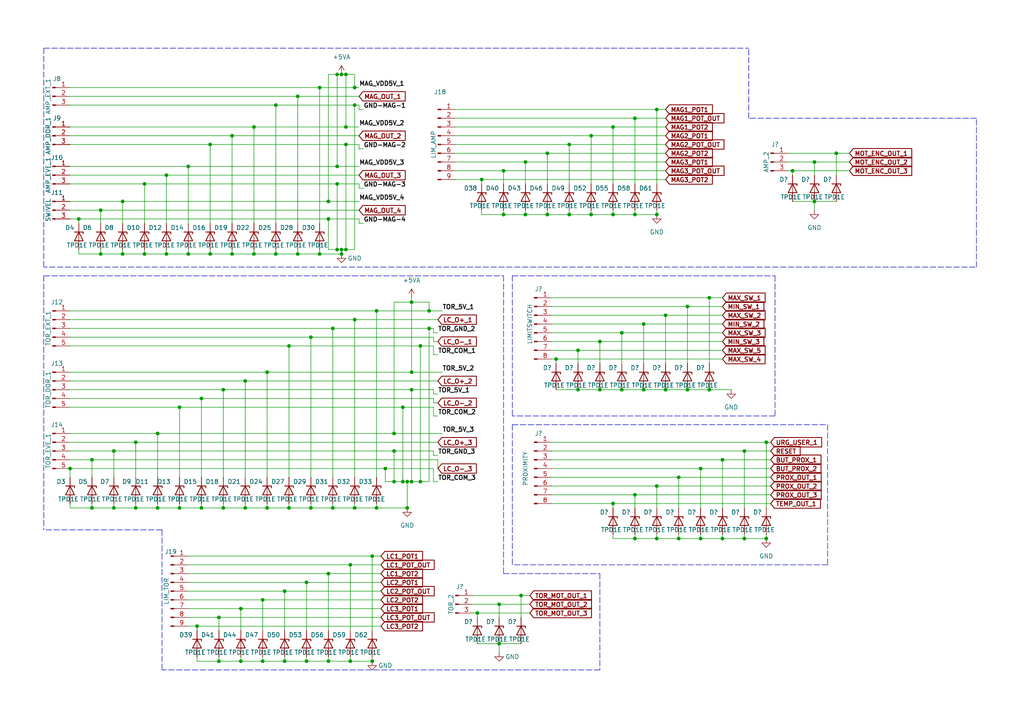
<source format=kicad_sch>
(kicad_sch (version 20211123) (generator eeschema)
  (paper "A4")
  (junction (at 236.22 46.99))
  (junction (at 119.38 107.95))
  (junction (at 158.75 62.23))
  (junction (at 190.5 140.97))
  (junction (at 39.37 128.27))
  (junction (at 97.79 21.59))
  (junction (at 73.66 73.66))
  (junction (at 100.33 21.59))
  (junction (at 52.07 118.11))
  (junction (at 215.9 130.81))
  (junction (at 99.06 72.39))
  (junction (at 92.71 73.66))
  (junction (at 54.61 73.66))
  (junction (at 80.01 73.66))
  (junction (at 107.95 191.77))
  (junction (at 109.22 147.32))
  (junction (at 33.02 130.81))
  (junction (at 80.01 30.48))
  (junction (at 71.12 110.49))
  (junction (at 67.31 39.37))
  (junction (at 45.72 147.32))
  (junction (at 58.42 147.32))
  (junction (at 58.42 115.57))
  (junction (at 190.5 62.23))
  (junction (at 118.11 147.32))
  (junction (at 167.64 101.6))
  (junction (at 20.32 135.89))
  (junction (at 96.52 95.25))
  (junction (at 97.79 53.34))
  (junction (at 146.05 62.23))
  (junction (at 73.66 36.83))
  (junction (at 139.7 52.07))
  (junction (at 114.3 130.81))
  (junction (at 124.46 90.17))
  (junction (at 173.99 99.06))
  (junction (at 199.39 88.9))
  (junction (at 152.4 46.99))
  (junction (at 124.46 95.25))
  (junction (at 48.26 73.66))
  (junction (at 186.69 113.03))
  (junction (at 146.05 49.53))
  (junction (at 67.31 73.66))
  (junction (at 116.84 139.7))
  (junction (at 54.61 48.26))
  (junction (at 138.43 177.8))
  (junction (at 77.47 147.32))
  (junction (at 152.4 62.23))
  (junction (at 184.15 34.29))
  (junction (at 48.26 50.8))
  (junction (at 119.38 87.63))
  (junction (at 57.15 181.61))
  (junction (at 69.85 176.53))
  (junction (at 190.5 31.75))
  (junction (at 177.8 36.83))
  (junction (at 69.85 191.77))
  (junction (at 199.39 113.03))
  (junction (at 63.5 191.77))
  (junction (at 165.1 62.23))
  (junction (at 203.2 135.89))
  (junction (at 82.55 191.77))
  (junction (at 119.38 113.03))
  (junction (at 33.02 147.32))
  (junction (at 229.87 49.53))
  (junction (at 76.2 191.77))
  (junction (at 107.95 161.29))
  (junction (at 167.64 113.03))
  (junction (at 39.37 147.32))
  (junction (at 144.78 186.69))
  (junction (at 109.22 90.17))
  (junction (at 205.74 86.36))
  (junction (at 173.99 113.03))
  (junction (at 158.75 44.45))
  (junction (at 86.36 27.94))
  (junction (at 63.5 179.07))
  (junction (at 119.38 139.7))
  (junction (at 35.56 73.66))
  (junction (at 184.15 62.23))
  (junction (at 186.69 93.98))
  (junction (at 222.25 128.27))
  (junction (at 118.11 139.7))
  (junction (at 102.87 147.32))
  (junction (at 205.74 113.03))
  (junction (at 193.04 113.03))
  (junction (at 171.45 39.37))
  (junction (at 193.04 91.44))
  (junction (at 88.9 168.91))
  (junction (at 102.87 92.71))
  (junction (at 196.85 138.43))
  (junction (at 52.07 147.32))
  (junction (at 82.55 171.45))
  (junction (at 177.8 62.23))
  (junction (at 190.5 156.21))
  (junction (at 35.56 58.42))
  (junction (at 209.55 133.35))
  (junction (at 26.67 133.35))
  (junction (at 86.36 73.66))
  (junction (at 171.45 62.23))
  (junction (at 101.6 191.77))
  (junction (at 99.06 73.66))
  (junction (at 222.25 156.21))
  (junction (at 180.34 113.03))
  (junction (at 121.92 139.7))
  (junction (at 26.67 147.32))
  (junction (at 64.77 113.03))
  (junction (at 41.91 73.66))
  (junction (at 95.25 166.37))
  (junction (at 184.15 156.21))
  (junction (at 71.12 147.32))
  (junction (at 116.84 118.11))
  (junction (at 215.9 156.21))
  (junction (at 29.21 60.96))
  (junction (at 83.82 100.33))
  (junction (at 111.76 135.89))
  (junction (at 76.2 173.99))
  (junction (at 161.29 104.14))
  (junction (at 96.52 147.32))
  (junction (at 64.77 147.32))
  (junction (at 165.1 41.91))
  (junction (at 102.87 30.48))
  (junction (at 100.33 72.39))
  (junction (at 177.8 146.05))
  (junction (at 95.25 63.5))
  (junction (at 45.72 125.73))
  (junction (at 209.55 156.21))
  (junction (at 100.33 41.91))
  (junction (at 60.96 73.66))
  (junction (at 60.96 41.91))
  (junction (at 83.82 147.32))
  (junction (at 90.17 147.32))
  (junction (at 196.85 156.21))
  (junction (at 97.79 48.26))
  (junction (at 95.25 58.42))
  (junction (at 236.22 58.42))
  (junction (at 77.47 107.95))
  (junction (at 101.6 163.83))
  (junction (at 114.3 125.73))
  (junction (at 102.87 25.4))
  (junction (at 97.79 72.39))
  (junction (at 100.33 36.83))
  (junction (at 41.91 53.34))
  (junction (at 92.71 25.4))
  (junction (at 95.25 191.77))
  (junction (at 180.34 96.52))
  (junction (at 184.15 143.51))
  (junction (at 144.78 175.26))
  (junction (at 114.3 139.7))
  (junction (at 242.57 44.45))
  (junction (at 121.92 100.33))
  (junction (at 22.86 63.5))
  (junction (at 99.06 21.59))
  (junction (at 88.9 191.77))
  (junction (at 90.17 97.79))
  (junction (at 151.13 172.72))
  (junction (at 203.2 156.21))
  (junction (at 29.21 73.66))
  (wire (pts (xy 64.77 113.03) (xy 64.77 138.43)))
  (polyline (pts (xy 12.7 13.97) (xy 217.17 13.97)))
  (wire (pts (xy 104.14 41.91) (xy 104.14 43.18)))
  (wire (pts (xy 95.25 72.39) (xy 97.79 72.39)))
  (wire (pts (xy 76.2 173.99) (xy 76.2 182.88)))
  (wire (pts (xy 121.92 139.7) (xy 124.46 139.7)))
  (wire (pts (xy 124.46 95.25) (xy 125.73 95.25)))
  (wire (pts (xy 114.3 139.7) (xy 114.3 130.81)))
  (wire (pts (xy 104.14 50.8) (xy 48.26 50.8)))
  (wire (pts (xy 86.36 27.94) (xy 86.36 64.77)))
  (wire (pts (xy 48.26 50.8) (xy 48.26 64.77)))
  (wire (pts (xy 80.01 30.48) (xy 102.87 30.48)))
  (wire (pts (xy 29.21 72.39) (xy 29.21 73.66)))
  (wire (pts (xy 100.33 21.59) (xy 102.87 21.59)))
  (wire (pts (xy 118.11 139.7) (xy 116.84 139.7)))
  (wire (pts (xy 116.84 139.7) (xy 116.84 118.11)))
  (wire (pts (xy 193.04 36.83) (xy 177.8 36.83)))
  (wire (pts (xy 20.32 100.33) (xy 83.82 100.33)))
  (wire (pts (xy 77.47 107.95) (xy 77.47 138.43)))
  (wire (pts (xy 45.72 125.73) (xy 114.3 125.73)))
  (wire (pts (xy 39.37 147.32) (xy 45.72 147.32)))
  (wire (pts (xy 60.96 72.39) (xy 60.96 73.66)))
  (wire (pts (xy 116.84 118.11) (xy 125.73 118.11)))
  (wire (pts (xy 229.87 49.53) (xy 246.38 49.53)))
  (wire (pts (xy 222.25 128.27) (xy 160.02 128.27)))
  (wire (pts (xy 177.8 36.83) (xy 132.08 36.83)))
  (wire (pts (xy 33.02 130.81) (xy 114.3 130.81)))
  (wire (pts (xy 48.26 73.66) (xy 54.61 73.66)))
  (wire (pts (xy 137.16 177.8) (xy 138.43 177.8)))
  (wire (pts (xy 171.45 62.23) (xy 177.8 62.23)))
  (wire (pts (xy 22.86 63.5) (xy 22.86 64.77)))
  (wire (pts (xy 223.52 143.51) (xy 184.15 143.51)))
  (wire (pts (xy 97.79 48.26) (xy 54.61 48.26)))
  (polyline (pts (xy 46.99 153.67) (xy 12.7 153.67)))
  (polyline (pts (xy 224.79 120.65) (xy 148.59 120.65)))
  (wire (pts (xy 22.86 72.39) (xy 22.86 73.66)))
  (wire (pts (xy 26.67 146.05) (xy 26.67 147.32)))
  (wire (pts (xy 90.17 97.79) (xy 125.73 97.79)))
  (wire (pts (xy 119.38 87.63) (xy 124.46 87.63)))
  (wire (pts (xy 97.79 53.34) (xy 104.14 53.34)))
  (wire (pts (xy 71.12 147.32) (xy 77.47 147.32)))
  (wire (pts (xy 45.72 146.05) (xy 45.72 147.32)))
  (wire (pts (xy 73.66 36.83) (xy 20.32 36.83)))
  (polyline (pts (xy 224.79 80.01) (xy 224.79 120.65)))
  (wire (pts (xy 80.01 30.48) (xy 80.01 64.77)))
  (wire (pts (xy 125.73 116.84) (xy 127 116.84)))
  (wire (pts (xy 90.17 147.32) (xy 96.52 147.32)))
  (wire (pts (xy 223.52 130.81) (xy 215.9 130.81)))
  (wire (pts (xy 125.73 135.89) (xy 125.73 139.7)))
  (wire (pts (xy 20.32 133.35) (xy 26.67 133.35)))
  (wire (pts (xy 165.1 60.96) (xy 165.1 62.23)))
  (wire (pts (xy 20.32 113.03) (xy 64.77 113.03)))
  (wire (pts (xy 96.52 147.32) (xy 102.87 147.32)))
  (wire (pts (xy 104.14 48.26) (xy 97.79 48.26)))
  (wire (pts (xy 102.87 146.05) (xy 102.87 147.32)))
  (wire (pts (xy 229.87 49.53) (xy 229.87 50.8)))
  (wire (pts (xy 29.21 60.96) (xy 20.32 60.96)))
  (wire (pts (xy 20.32 25.4) (xy 92.71 25.4)))
  (wire (pts (xy 29.21 73.66) (xy 35.56 73.66)))
  (wire (pts (xy 125.73 130.81) (xy 125.73 132.08)))
  (wire (pts (xy 102.87 147.32) (xy 109.22 147.32)))
  (wire (pts (xy 196.85 138.43) (xy 160.02 138.43)))
  (wire (pts (xy 222.25 154.94) (xy 222.25 156.21)))
  (wire (pts (xy 104.14 30.48) (xy 104.14 31.75)))
  (wire (pts (xy 95.25 190.5) (xy 95.25 191.77)))
  (wire (pts (xy 196.85 154.94) (xy 196.85 156.21)))
  (wire (pts (xy 125.73 100.33) (xy 125.73 102.87)))
  (wire (pts (xy 125.73 120.65) (xy 127 120.65)))
  (wire (pts (xy 184.15 156.21) (xy 190.5 156.21)))
  (wire (pts (xy 125.73 102.87) (xy 127 102.87)))
  (wire (pts (xy 184.15 62.23) (xy 190.5 62.23)))
  (wire (pts (xy 57.15 191.77) (xy 63.5 191.77)))
  (wire (pts (xy 193.04 91.44) (xy 209.55 91.44)))
  (wire (pts (xy 127 92.71) (xy 102.87 92.71)))
  (wire (pts (xy 125.73 115.57) (xy 125.73 116.84)))
  (wire (pts (xy 158.75 60.96) (xy 158.75 62.23)))
  (wire (pts (xy 121.92 139.7) (xy 119.38 139.7)))
  (wire (pts (xy 124.46 87.63) (xy 124.46 90.17)))
  (wire (pts (xy 193.04 52.07) (xy 139.7 52.07)))
  (wire (pts (xy 69.85 190.5) (xy 69.85 191.77)))
  (wire (pts (xy 215.9 130.81) (xy 215.9 147.32)))
  (wire (pts (xy 60.96 41.91) (xy 60.96 64.77)))
  (wire (pts (xy 151.13 172.72) (xy 153.67 172.72)))
  (wire (pts (xy 118.11 139.7) (xy 119.38 139.7)))
  (polyline (pts (xy 148.59 123.19) (xy 148.59 163.83)))
  (wire (pts (xy 215.9 154.94) (xy 215.9 156.21)))
  (wire (pts (xy 110.49 168.91) (xy 88.9 168.91)))
  (wire (pts (xy 100.33 41.91) (xy 100.33 72.39)))
  (wire (pts (xy 209.55 156.21) (xy 215.9 156.21)))
  (wire (pts (xy 35.56 72.39) (xy 35.56 73.66)))
  (wire (pts (xy 152.4 62.23) (xy 158.75 62.23)))
  (wire (pts (xy 193.04 41.91) (xy 165.1 41.91)))
  (wire (pts (xy 161.29 113.03) (xy 167.64 113.03)))
  (wire (pts (xy 125.73 95.25) (xy 125.73 96.52)))
  (wire (pts (xy 101.6 191.77) (xy 107.95 191.77)))
  (wire (pts (xy 109.22 90.17) (xy 109.22 138.43)))
  (wire (pts (xy 119.38 107.95) (xy 128.27 107.95)))
  (wire (pts (xy 54.61 48.26) (xy 20.32 48.26)))
  (wire (pts (xy 114.3 130.81) (xy 125.73 130.81)))
  (wire (pts (xy 95.25 191.77) (xy 101.6 191.77)))
  (wire (pts (xy 203.2 154.94) (xy 203.2 156.21)))
  (wire (pts (xy 83.82 147.32) (xy 90.17 147.32)))
  (wire (pts (xy 209.55 133.35) (xy 209.55 147.32)))
  (wire (pts (xy 199.39 88.9) (xy 199.39 105.41)))
  (wire (pts (xy 73.66 73.66) (xy 80.01 73.66)))
  (wire (pts (xy 52.07 147.32) (xy 58.42 147.32)))
  (polyline (pts (xy 217.17 77.47) (xy 12.7 77.47)))
  (wire (pts (xy 236.22 58.42) (xy 236.22 60.96)))
  (wire (pts (xy 110.49 171.45) (xy 82.55 171.45)))
  (wire (pts (xy 109.22 90.17) (xy 124.46 90.17)))
  (wire (pts (xy 20.32 53.34) (xy 41.91 53.34)))
  (wire (pts (xy 177.8 156.21) (xy 184.15 156.21)))
  (wire (pts (xy 160.02 96.52) (xy 180.34 96.52)))
  (wire (pts (xy 193.04 34.29) (xy 184.15 34.29)))
  (wire (pts (xy 86.36 73.66) (xy 92.71 73.66)))
  (wire (pts (xy 29.21 60.96) (xy 29.21 64.77)))
  (wire (pts (xy 125.73 114.3) (xy 127 114.3)))
  (wire (pts (xy 104.14 53.34) (xy 104.14 54.61)))
  (wire (pts (xy 184.15 34.29) (xy 184.15 53.34)))
  (wire (pts (xy 20.32 115.57) (xy 58.42 115.57)))
  (wire (pts (xy 99.06 73.66) (xy 99.06 72.39)))
  (wire (pts (xy 69.85 176.53) (xy 54.61 176.53)))
  (wire (pts (xy 77.47 107.95) (xy 119.38 107.95)))
  (wire (pts (xy 173.99 113.03) (xy 180.34 113.03)))
  (wire (pts (xy 193.04 91.44) (xy 193.04 105.41)))
  (wire (pts (xy 125.73 113.03) (xy 125.73 114.3)))
  (wire (pts (xy 20.32 41.91) (xy 60.96 41.91)))
  (wire (pts (xy 171.45 60.96) (xy 171.45 62.23)))
  (wire (pts (xy 82.55 171.45) (xy 54.61 171.45)))
  (wire (pts (xy 100.33 21.59) (xy 99.06 21.59)))
  (wire (pts (xy 173.99 99.06) (xy 173.99 105.41)))
  (polyline (pts (xy 173.99 166.37) (xy 173.99 194.31)))
  (wire (pts (xy 109.22 146.05) (xy 109.22 147.32)))
  (wire (pts (xy 186.69 113.03) (xy 193.04 113.03)))
  (wire (pts (xy 205.74 86.36) (xy 205.74 105.41)))
  (wire (pts (xy 138.43 186.69) (xy 144.78 186.69)))
  (polyline (pts (xy 12.7 80.01) (xy 95.25 80.01)))
  (wire (pts (xy 167.64 113.03) (xy 173.99 113.03)))
  (wire (pts (xy 125.73 99.06) (xy 127 99.06)))
  (wire (pts (xy 67.31 73.66) (xy 73.66 73.66)))
  (wire (pts (xy 110.49 173.99) (xy 76.2 173.99)))
  (wire (pts (xy 71.12 110.49) (xy 71.12 138.43)))
  (wire (pts (xy 180.34 96.52) (xy 180.34 105.41)))
  (wire (pts (xy 190.5 140.97) (xy 160.02 140.97)))
  (wire (pts (xy 146.05 49.53) (xy 146.05 53.34)))
  (wire (pts (xy 104.14 43.18) (xy 105.41 43.18)))
  (wire (pts (xy 110.49 166.37) (xy 95.25 166.37)))
  (wire (pts (xy 199.39 113.03) (xy 205.74 113.03)))
  (wire (pts (xy 209.55 133.35) (xy 160.02 133.35)))
  (wire (pts (xy 96.52 95.25) (xy 96.52 138.43)))
  (wire (pts (xy 125.73 139.7) (xy 127 139.7)))
  (wire (pts (xy 127 128.27) (xy 39.37 128.27)))
  (wire (pts (xy 242.57 44.45) (xy 246.38 44.45)))
  (wire (pts (xy 100.33 41.91) (xy 104.14 41.91)))
  (wire (pts (xy 119.38 113.03) (xy 125.73 113.03)))
  (wire (pts (xy 58.42 147.32) (xy 64.77 147.32)))
  (wire (pts (xy 161.29 104.14) (xy 161.29 105.41)))
  (wire (pts (xy 71.12 110.49) (xy 20.32 110.49)))
  (wire (pts (xy 20.32 95.25) (xy 96.52 95.25)))
  (wire (pts (xy 83.82 146.05) (xy 83.82 147.32)))
  (wire (pts (xy 139.7 62.23) (xy 146.05 62.23)))
  (wire (pts (xy 95.25 58.42) (xy 35.56 58.42)))
  (wire (pts (xy 223.52 133.35) (xy 209.55 133.35)))
  (wire (pts (xy 116.84 139.7) (xy 114.3 139.7)))
  (wire (pts (xy 54.61 48.26) (xy 54.61 64.77)))
  (wire (pts (xy 215.9 130.81) (xy 160.02 130.81)))
  (wire (pts (xy 203.2 135.89) (xy 160.02 135.89)))
  (wire (pts (xy 215.9 156.21) (xy 222.25 156.21)))
  (wire (pts (xy 95.25 21.59) (xy 95.25 58.42)))
  (wire (pts (xy 119.38 87.63) (xy 119.38 107.95)))
  (wire (pts (xy 203.2 135.89) (xy 203.2 147.32)))
  (wire (pts (xy 121.92 100.33) (xy 125.73 100.33)))
  (wire (pts (xy 64.77 147.32) (xy 71.12 147.32)))
  (wire (pts (xy 92.71 72.39) (xy 92.71 73.66)))
  (wire (pts (xy 41.91 53.34) (xy 41.91 64.77)))
  (wire (pts (xy 63.5 190.5) (xy 63.5 191.77)))
  (wire (pts (xy 102.87 25.4) (xy 104.14 25.4)))
  (wire (pts (xy 41.91 53.34) (xy 97.79 53.34)))
  (wire (pts (xy 151.13 172.72) (xy 151.13 179.07)))
  (wire (pts (xy 20.32 146.05) (xy 20.32 147.32)))
  (wire (pts (xy 20.32 135.89) (xy 20.32 138.43)))
  (wire (pts (xy 67.31 72.39) (xy 67.31 73.66)))
  (polyline (pts (xy 148.59 80.01) (xy 224.79 80.01)))
  (wire (pts (xy 119.38 87.63) (xy 114.3 87.63)))
  (wire (pts (xy 222.25 128.27) (xy 222.25 147.32)))
  (polyline (pts (xy 148.59 80.01) (xy 148.59 120.65)))
  (wire (pts (xy 102.87 30.48) (xy 102.87 72.39)))
  (wire (pts (xy 92.71 25.4) (xy 102.87 25.4)))
  (polyline (pts (xy 12.7 13.97) (xy 12.7 77.47)))
  (wire (pts (xy 104.14 63.5) (xy 104.14 64.77)))
  (polyline (pts (xy 12.7 80.01) (xy 12.7 153.67)))
  (wire (pts (xy 20.32 97.79) (xy 90.17 97.79)))
  (wire (pts (xy 20.32 147.32) (xy 26.67 147.32)))
  (wire (pts (xy 186.69 93.98) (xy 209.55 93.98)))
  (polyline (pts (xy 146.05 166.37) (xy 173.99 166.37)))
  (wire (pts (xy 102.87 92.71) (xy 102.87 138.43)))
  (wire (pts (xy 82.55 171.45) (xy 82.55 182.88)))
  (wire (pts (xy 45.72 147.32) (xy 52.07 147.32)))
  (wire (pts (xy 48.26 50.8) (xy 20.32 50.8)))
  (wire (pts (xy 146.05 49.53) (xy 132.08 49.53)))
  (wire (pts (xy 193.04 31.75) (xy 190.5 31.75)))
  (wire (pts (xy 90.17 146.05) (xy 90.17 147.32)))
  (polyline (pts (xy 148.59 123.19) (xy 240.03 123.19)))
  (wire (pts (xy 35.56 58.42) (xy 20.32 58.42)))
  (wire (pts (xy 58.42 146.05) (xy 58.42 147.32)))
  (wire (pts (xy 125.73 132.08) (xy 127 132.08)))
  (wire (pts (xy 76.2 190.5) (xy 76.2 191.77)))
  (wire (pts (xy 152.4 60.96) (xy 152.4 62.23)))
  (wire (pts (xy 160.02 91.44) (xy 193.04 91.44)))
  (wire (pts (xy 167.64 101.6) (xy 209.55 101.6)))
  (wire (pts (xy 160.02 99.06) (xy 173.99 99.06)))
  (wire (pts (xy 102.87 30.48) (xy 104.14 30.48)))
  (wire (pts (xy 205.74 86.36) (xy 209.55 86.36)))
  (wire (pts (xy 236.22 58.42) (xy 242.57 58.42)))
  (wire (pts (xy 104.14 64.77) (xy 105.41 64.77)))
  (wire (pts (xy 107.95 161.29) (xy 54.61 161.29)))
  (polyline (pts (xy 217.17 77.47) (xy 283.21 77.47)))
  (wire (pts (xy 114.3 87.63) (xy 114.3 125.73)))
  (wire (pts (xy 20.32 118.11) (xy 52.07 118.11)))
  (polyline (pts (xy 95.25 80.01) (xy 146.05 80.01)))
  (wire (pts (xy 26.67 133.35) (xy 26.67 138.43)))
  (wire (pts (xy 177.8 146.05) (xy 177.8 147.32)))
  (wire (pts (xy 76.2 191.77) (xy 82.55 191.77)))
  (wire (pts (xy 177.8 154.94) (xy 177.8 156.21)))
  (wire (pts (xy 54.61 73.66) (xy 60.96 73.66)))
  (wire (pts (xy 97.79 72.39) (xy 99.06 72.39)))
  (wire (pts (xy 97.79 53.34) (xy 97.79 72.39)))
  (wire (pts (xy 193.04 46.99) (xy 152.4 46.99)))
  (wire (pts (xy 177.8 60.96) (xy 177.8 62.23)))
  (wire (pts (xy 119.38 139.7) (xy 119.38 113.03)))
  (wire (pts (xy 57.15 190.5) (xy 57.15 191.77)))
  (polyline (pts (xy 240.03 163.83) (xy 148.59 163.83)))
  (wire (pts (xy 95.25 166.37) (xy 54.61 166.37)))
  (wire (pts (xy 125.73 118.11) (xy 125.73 120.65)))
  (wire (pts (xy 228.6 46.99) (xy 236.22 46.99)))
  (wire (pts (xy 193.04 113.03) (xy 199.39 113.03)))
  (polyline (pts (xy 146.05 80.01) (xy 146.05 166.37)))
  (wire (pts (xy 100.33 72.39) (xy 99.06 72.39)))
  (wire (pts (xy 146.05 62.23) (xy 152.4 62.23)))
  (wire (pts (xy 196.85 138.43) (xy 196.85 147.32)))
  (wire (pts (xy 77.47 147.32) (xy 83.82 147.32)))
  (wire (pts (xy 184.15 154.94) (xy 184.15 156.21)))
  (wire (pts (xy 190.5 154.94) (xy 190.5 156.21)))
  (wire (pts (xy 184.15 143.51) (xy 160.02 143.51)))
  (wire (pts (xy 102.87 92.71) (xy 20.32 92.71)))
  (wire (pts (xy 86.36 27.94) (xy 20.32 27.94)))
  (wire (pts (xy 54.61 72.39) (xy 54.61 73.66)))
  (polyline (pts (xy 217.17 34.29) (xy 217.17 13.97)))
  (wire (pts (xy 167.64 101.6) (xy 167.64 105.41)))
  (wire (pts (xy 139.7 60.96) (xy 139.7 62.23)))
  (wire (pts (xy 144.78 175.26) (xy 144.78 179.07)))
  (wire (pts (xy 236.22 46.99) (xy 236.22 50.8)))
  (wire (pts (xy 100.33 21.59) (xy 100.33 36.83)))
  (wire (pts (xy 152.4 46.99) (xy 132.08 46.99)))
  (wire (pts (xy 124.46 95.25) (xy 124.46 139.7)))
  (wire (pts (xy 95.25 63.5) (xy 95.25 72.39)))
  (wire (pts (xy 100.33 36.83) (xy 73.66 36.83)))
  (wire (pts (xy 20.32 90.17) (xy 109.22 90.17)))
  (wire (pts (xy 160.02 86.36) (xy 205.74 86.36)))
  (wire (pts (xy 20.32 107.95) (xy 77.47 107.95)))
  (wire (pts (xy 69.85 191.77) (xy 76.2 191.77)))
  (wire (pts (xy 73.66 72.39) (xy 73.66 73.66)))
  (wire (pts (xy 228.6 44.45) (xy 242.57 44.45)))
  (wire (pts (xy 127 110.49) (xy 71.12 110.49)))
  (wire (pts (xy 101.6 163.83) (xy 54.61 163.83)))
  (wire (pts (xy 190.5 31.75) (xy 132.08 31.75)))
  (wire (pts (xy 80.01 72.39) (xy 80.01 73.66)))
  (wire (pts (xy 45.72 125.73) (xy 45.72 138.43)))
  (wire (pts (xy 58.42 115.57) (xy 125.73 115.57)))
  (wire (pts (xy 83.82 100.33) (xy 121.92 100.33)))
  (wire (pts (xy 121.92 100.33) (xy 121.92 139.7)))
  (wire (pts (xy 160.02 88.9) (xy 199.39 88.9)))
  (wire (pts (xy 158.75 62.23) (xy 165.1 62.23)))
  (wire (pts (xy 190.5 31.75) (xy 190.5 53.34)))
  (wire (pts (xy 158.75 44.45) (xy 132.08 44.45)))
  (wire (pts (xy 165.1 41.91) (xy 132.08 41.91)))
  (wire (pts (xy 118.11 139.7) (xy 118.11 147.32)))
  (wire (pts (xy 165.1 41.91) (xy 165.1 53.34)))
  (wire (pts (xy 104.14 60.96) (xy 29.21 60.96)))
  (wire (pts (xy 58.42 115.57) (xy 58.42 138.43)))
  (wire (pts (xy 64.77 113.03) (xy 119.38 113.03)))
  (wire (pts (xy 184.15 143.51) (xy 184.15 147.32)))
  (wire (pts (xy 63.5 179.07) (xy 54.61 179.07)))
  (wire (pts (xy 67.31 39.37) (xy 20.32 39.37)))
  (wire (pts (xy 63.5 179.07) (xy 63.5 182.88)))
  (wire (pts (xy 177.8 36.83) (xy 177.8 53.34)))
  (wire (pts (xy 69.85 176.53) (xy 69.85 182.88)))
  (wire (pts (xy 144.78 186.69) (xy 151.13 186.69)))
  (wire (pts (xy 22.86 63.5) (xy 95.25 63.5)))
  (wire (pts (xy 35.56 73.66) (xy 41.91 73.66)))
  (wire (pts (xy 104.14 58.42) (xy 95.25 58.42)))
  (wire (pts (xy 52.07 118.11) (xy 52.07 138.43)))
  (wire (pts (xy 125.73 97.79) (xy 125.73 99.06)))
  (wire (pts (xy 193.04 39.37) (xy 171.45 39.37)))
  (wire (pts (xy 177.8 62.23) (xy 184.15 62.23)))
  (wire (pts (xy 152.4 46.99) (xy 152.4 53.34)))
  (wire (pts (xy 88.9 190.5) (xy 88.9 191.77)))
  (wire (pts (xy 119.38 86.36) (xy 119.38 87.63)))
  (wire (pts (xy 138.43 177.8) (xy 153.67 177.8)))
  (wire (pts (xy 114.3 125.73) (xy 128.27 125.73)))
  (wire (pts (xy 144.78 175.26) (xy 153.67 175.26)))
  (wire (pts (xy 26.67 147.32) (xy 33.02 147.32)))
  (wire (pts (xy 60.96 73.66) (xy 67.31 73.66)))
  (wire (pts (xy 57.15 181.61) (xy 57.15 182.88)))
  (wire (pts (xy 158.75 44.45) (xy 158.75 53.34)))
  (wire (pts (xy 138.43 177.8) (xy 138.43 179.07)))
  (wire (pts (xy 107.95 161.29) (xy 107.95 182.88)))
  (wire (pts (xy 95.25 166.37) (xy 95.25 182.88)))
  (wire (pts (xy 80.01 30.48) (xy 20.32 30.48)))
  (wire (pts (xy 107.95 190.5) (xy 107.95 191.77)))
  (wire (pts (xy 223.52 146.05) (xy 177.8 146.05)))
  (wire (pts (xy 190.5 60.96) (xy 190.5 62.23)))
  (wire (pts (xy 97.79 21.59) (xy 97.79 48.26)))
  (wire (pts (xy 39.37 146.05) (xy 39.37 147.32)))
  (wire (pts (xy 80.01 73.66) (xy 86.36 73.66)))
  (wire (pts (xy 124.46 90.17) (xy 128.27 90.17)))
  (wire (pts (xy 180.34 113.03) (xy 186.69 113.03)))
  (wire (pts (xy 39.37 128.27) (xy 20.32 128.27)))
  (wire (pts (xy 60.96 41.91) (xy 100.33 41.91)))
  (wire (pts (xy 102.87 21.59) (xy 102.87 25.4)))
  (wire (pts (xy 173.99 99.06) (xy 209.55 99.06)))
  (wire (pts (xy 137.16 175.26) (xy 144.78 175.26)))
  (wire (pts (xy 82.55 190.5) (xy 82.55 191.77)))
  (wire (pts (xy 52.07 118.11) (xy 116.84 118.11)))
  (wire (pts (xy 165.1 62.23) (xy 171.45 62.23)))
  (wire (pts (xy 104.14 39.37) (xy 67.31 39.37)))
  (wire (pts (xy 114.3 139.7) (xy 111.76 139.7)))
  (wire (pts (xy 111.76 139.7) (xy 111.76 135.89)))
  (wire (pts (xy 139.7 52.07) (xy 139.7 53.34)))
  (wire (pts (xy 125.73 96.52) (xy 127 96.52)))
  (wire (pts (xy 110.49 176.53) (xy 69.85 176.53)))
  (polyline (pts (xy 173.99 194.31) (xy 46.99 194.31)))
  (wire (pts (xy 104.14 54.61) (xy 105.41 54.61)))
  (wire (pts (xy 96.52 146.05) (xy 96.52 147.32)))
  (wire (pts (xy 76.2 173.99) (xy 54.61 173.99)))
  (wire (pts (xy 88.9 168.91) (xy 88.9 182.88)))
  (polyline (pts (xy 283.21 77.47) (xy 283.21 34.29)))
  (wire (pts (xy 39.37 128.27) (xy 39.37 138.43)))
  (wire (pts (xy 228.6 49.53) (xy 229.87 49.53)))
  (wire (pts (xy 92.71 25.4) (xy 92.71 64.77)))
  (wire (pts (xy 33.02 147.32) (xy 39.37 147.32)))
  (wire (pts (xy 111.76 135.89) (xy 125.73 135.89)))
  (wire (pts (xy 52.07 146.05) (xy 52.07 147.32)))
  (wire (pts (xy 196.85 156.21) (xy 203.2 156.21)))
  (wire (pts (xy 54.61 181.61) (xy 57.15 181.61)))
  (wire (pts (xy 193.04 49.53) (xy 146.05 49.53)))
  (wire (pts (xy 41.91 72.39) (xy 41.91 73.66)))
  (wire (pts (xy 20.32 135.89) (xy 111.76 135.89)))
  (wire (pts (xy 146.05 60.96) (xy 146.05 62.23)))
  (wire (pts (xy 203.2 156.21) (xy 209.55 156.21)))
  (polyline (pts (xy 46.99 153.67) (xy 46.99 194.31)))
  (wire (pts (xy 88.9 191.77) (xy 95.25 191.77)))
  (wire (pts (xy 48.26 72.39) (xy 48.26 73.66)))
  (wire (pts (xy 20.32 125.73) (xy 45.72 125.73)))
  (wire (pts (xy 22.86 63.5) (xy 20.32 63.5)))
  (wire (pts (xy 71.12 146.05) (xy 71.12 147.32)))
  (wire (pts (xy 104.14 36.83) (xy 100.33 36.83)))
  (wire (pts (xy 139.7 52.07) (xy 132.08 52.07)))
  (wire (pts (xy 33.02 146.05) (xy 33.02 147.32)))
  (wire (pts (xy 35.56 58.42) (xy 35.56 64.77)))
  (wire (pts (xy 184.15 34.29) (xy 132.08 34.29)))
  (wire (pts (xy 22.86 73.66) (xy 29.21 73.66)))
  (wire (pts (xy 88.9 168.91) (xy 54.61 168.91)))
  (wire (pts (xy 144.78 186.69) (xy 144.78 189.23)))
  (wire (pts (xy 101.6 163.83) (xy 101.6 182.88)))
  (wire (pts (xy 26.67 133.35) (xy 127 133.35)))
  (wire (pts (xy 20.32 130.81) (xy 33.02 130.81)))
  (wire (pts (xy 63.5 191.77) (xy 69.85 191.77)))
  (wire (pts (xy 57.15 181.61) (xy 110.49 181.61)))
  (wire (pts (xy 171.45 39.37) (xy 132.08 39.37)))
  (wire (pts (xy 160.02 93.98) (xy 186.69 93.98)))
  (polyline (pts (xy 240.03 123.19) (xy 240.03 163.83)))
  (wire (pts (xy 223.52 135.89) (xy 203.2 135.89)))
  (wire (pts (xy 110.49 163.83) (xy 101.6 163.83)))
  (wire (pts (xy 223.52 138.43) (xy 196.85 138.43)))
  (wire (pts (xy 177.8 146.05) (xy 160.02 146.05)))
  (wire (pts (xy 92.71 73.66) (xy 99.06 73.66)))
  (wire (pts (xy 229.87 58.42) (xy 236.22 58.42)))
  (wire (pts (xy 104.14 27.94) (xy 86.36 27.94)))
  (wire (pts (xy 199.39 88.9) (xy 209.55 88.9)))
  (wire (pts (xy 161.29 104.14) (xy 209.55 104.14)))
  (wire (pts (xy 193.04 44.45) (xy 158.75 44.45)))
  (wire (pts (xy 41.91 73.66) (xy 48.26 73.66)))
  (wire (pts (xy 186.69 93.98) (xy 186.69 105.41)))
  (wire (pts (xy 101.6 190.5) (xy 101.6 191.77)))
  (wire (pts (xy 104.14 31.75) (xy 105.41 31.75)))
  (wire (pts (xy 190.5 156.21) (xy 196.85 156.21)))
  (wire (pts (xy 127 133.35) (xy 127 135.89)))
  (wire (pts (xy 77.47 146.05) (xy 77.47 147.32)))
  (wire (pts (xy 160.02 101.6) (xy 167.64 101.6)))
  (wire (pts (xy 100.33 72.39) (xy 102.87 72.39)))
  (wire (pts (xy 205.74 113.03) (xy 212.09 113.03)))
  (wire (pts (xy 209.55 154.94) (xy 209.55 156.21)))
  (wire (pts (xy 95.25 63.5) (xy 104.14 63.5)))
  (wire (pts (xy 73.66 36.83) (xy 73.66 64.77)))
  (wire (pts (xy 223.52 140.97) (xy 190.5 140.97)))
  (wire (pts (xy 190.5 140.97) (xy 190.5 147.32)))
  (wire (pts (xy 171.45 39.37) (xy 171.45 53.34)))
  (wire (pts (xy 90.17 97.79) (xy 90.17 138.43)))
  (wire (pts (xy 86.36 72.39) (xy 86.36 73.66)))
  (wire (pts (xy 236.22 46.99) (xy 246.38 46.99)))
  (wire (pts (xy 180.34 96.52) (xy 209.55 96.52)))
  (wire (pts (xy 223.52 128.27) (xy 222.25 128.27)))
  (wire (pts (xy 96.52 95.25) (xy 124.46 95.25)))
  (wire (pts (xy 184.15 60.96) (xy 184.15 62.23)))
  (wire (pts (xy 97.79 21.59) (xy 95.25 21.59)))
  (wire (pts (xy 137.16 172.72) (xy 151.13 172.72)))
  (wire (pts (xy 67.31 39.37) (xy 67.31 64.77)))
  (polyline (pts (xy 283.21 34.29) (xy 217.17 34.29)))
  (wire (pts (xy 109.22 147.32) (xy 118.11 147.32)))
  (wire (pts (xy 160.02 104.14) (xy 161.29 104.14)))
  (wire (pts (xy 82.55 191.77) (xy 88.9 191.77)))
  (wire (pts (xy 110.49 161.29) (xy 107.95 161.29)))
  (wire (pts (xy 99.06 21.59) (xy 97.79 21.59)))
  (wire (pts (xy 33.02 130.81) (xy 33.02 138.43)))
  (wire (pts (xy 242.57 44.45) (xy 242.57 50.8)))
  (wire (pts (xy 83.82 100.33) (xy 83.82 138.43)))
  (wire (pts (xy 110.49 179.07) (xy 63.5 179.07)))
  (wire (pts (xy 64.77 146.05) (xy 64.77 147.32)))
  (label "TOR_COM_1" (at 127 102.87 0) (effects (font bold)))
  (label "TOR_5V_2" (at 128.27 107.95 0) (effects (font (thickness 0.254) bold)))
  (label "MAG_VDD5V_2" (at 104.14 36.83 0) (effects (font bold)))
  (label "GND-MAG-3" (at 105.41 54.61 0) (effects (font bold)))
  (label "TOR_COM_2" (at 127 120.65 0) (effects (font bold)))
  (label "TOR_5V_3" (at 128.27 125.73 0) (effects (font (thickness 0.254) bold)))
  (label "TOR_GND_2" (at 127 96.52 0) (effects (font bold)))
  (label "GND-MAG-4" (at 105.41 64.77 0) (effects (font bold)))
  (label "GND-MAG-2" (at 105.41 43.18 0) (effects (font bold)))
  (label "MAG_VDD5V_1" (at 104.14 25.4 0) (effects (font bold)))
  (label "GND-MAG-1" (at 105.41 31.75 0) (effects (font bold)))
  (label "MAG_VDD5V_4" (at 104.14 58.42 0) (effects (font bold)))
  (label "MAG_VDD5V_3" (at 104.14 48.26 0) (effects (font bold)))
  (label "TOR_COM_3" (at 127 139.7 0) (effects (font bold)))
  (label "TOR_5V_1" (at 127 114.3 0) (effects (font bold)))
  (label "TOR_5V_1" (at 128.27 90.17 0) (effects (font bold)))
  (label "TOR_GND_3" (at 127 132.08 0) (effects (font bold)))
  (global_label "MAG3_POT_OUT" (shape input) (at 193.04 49.53 0) (effects (font (thickness 0.254) bold)) (property "Intersheet References" "${INTERSHEET_REFS}" (effects hide)))
  (global_label "MAG_OUT_2" (shape input) (at 104.14 39.37 0) (effects (font (thickness 0.254) bold)) (property "Intersheet References" "${INTERSHEET_REFS}" (effects hide)))
  (global_label "LC2_POT_OUT" (shape input) (at 110.49 171.45 0) (effects (font (thickness 0.254) bold)) (property "Intersheet References" "${INTERSHEET_REFS}" (effects hide)))
  (global_label "LC3_POT_OUT" (shape input) (at 110.49 179.07 0) (effects (font (thickness 0.254) bold)) (property "Intersheet References" "${INTERSHEET_REFS}" (effects hide)))
  (global_label "LC2_POT1" (shape input) (at 110.49 168.91 0) (effects (font (thickness 0.254) bold)) (property "Intersheet References" "${INTERSHEET_REFS}" (effects hide)))
  (global_label "MOT_ENC_OUT_3" (shape input) (at 246.38 49.53 0) (effects (font (thickness 0.254) bold)) (property "Intersheet References" "${INTERSHEET_REFS}" (effects hide)))
  (global_label "TOR_MOT_OUT_2" (shape input) (at 153.67 175.26 0) (effects (font (thickness 0.254) bold)) (property "Intersheet References" "${INTERSHEET_REFS}" (effects hide)))
  (global_label "MAG3_POT1" (shape input) (at 193.04 46.99 0) (effects (font (thickness 0.254) bold)) (property "Intersheet References" "${INTERSHEET_REFS}" (effects hide)))
  (global_label "LC_O-_2" (shape input) (at 127 116.84 0) (effects (font (thickness 0.254) bold)) (property "Intersheet References" "${INTERSHEET_REFS}" (effects hide)))
  (global_label "MAG2_POT1" (shape input) (at 193.04 39.37 0) (effects (font (thickness 0.254) bold)) (property "Intersheet References" "${INTERSHEET_REFS}" (effects hide)))
  (global_label "LC_O-_1" (shape input) (at 127 99.06 0) (effects (font (thickness 0.254) bold)) (property "Intersheet References" "${INTERSHEET_REFS}" (effects hide)))
  (global_label "MAX_SW_2" (shape input) (at 209.55 91.44 0) (effects (font (thickness 0.254) bold)) (property "Intersheet References" "${INTERSHEET_REFS}" (effects hide)))
  (global_label "LC1_POT2" (shape input) (at 110.49 166.37 0) (effects (font (thickness 0.254) bold)) (property "Intersheet References" "${INTERSHEET_REFS}" (effects hide)))
  (global_label "PROX_OUT_1" (shape input) (at 223.52 138.43 0) (effects (font (thickness 0.254) bold)) (property "Intersheet References" "${INTERSHEET_REFS}" (effects hide)))
  (global_label "LC3_POT1" (shape input) (at 110.49 176.53 0) (effects (font (thickness 0.254) bold)) (property "Intersheet References" "${INTERSHEET_REFS}" (effects hide)))
  (global_label "MAX_SW_1" (shape input) (at 209.55 86.36 0) (effects (font (thickness 0.254) bold)) (property "Intersheet References" "${INTERSHEET_REFS}" (effects hide)))
  (global_label "TOR_MOT_OUT_1" (shape input) (at 153.67 172.72 0) (effects (font (thickness 0.254) bold)) (property "Intersheet References" "${INTERSHEET_REFS}" (effects hide)))
  (global_label "MAG1_POT_OUT" (shape input) (at 193.04 34.29 0) (effects (font (thickness 0.254) bold)) (property "Intersheet References" "${INTERSHEET_REFS}" (effects hide)))
  (global_label "MAG_OUT_1" (shape input) (at 104.14 27.94 0) (effects (font (thickness 0.254) bold)) (property "Intersheet References" "${INTERSHEET_REFS}" (effects hide)))
  (global_label "MIN_SW_2" (shape input) (at 209.55 93.98 0) (effects (font (thickness 0.254) bold)) (property "Intersheet References" "${INTERSHEET_REFS}" (effects hide)))
  (global_label "MIN_SW_3" (shape input) (at 209.55 99.06 0) (effects (font (thickness 0.254) bold)) (property "Intersheet References" "${INTERSHEET_REFS}" (effects hide)))
  (global_label "TEMP_OUT_1" (shape input) (at 223.52 146.05 0) (effects (font (thickness 0.254) bold)) (property "Intersheet References" "${INTERSHEET_REFS}" (effects hide)))
  (global_label "MAG_OUT_3" (shape input) (at 104.14 50.8 0) (effects (font (thickness 0.254) bold)) (property "Intersheet References" "${INTERSHEET_REFS}" (effects hide)))
  (global_label "MOT_ENC_OUT_1" (shape input) (at 246.38 44.45 0) (effects (font (thickness 0.254) bold)) (property "Intersheet References" "${INTERSHEET_REFS}" (effects hide)))
  (global_label "MAG2_POT_OUT" (shape input) (at 193.04 41.91 0) (effects (font (thickness 0.254) bold)) (property "Intersheet References" "${INTERSHEET_REFS}" (effects hide)))
  (global_label "LC_O+_3" (shape input) (at 127 128.27 0) (effects (font (thickness 0.254) bold)) (property "Intersheet References" "${INTERSHEET_REFS}" (effects hide)))
  (global_label "MIN_SW_1" (shape input) (at 209.55 88.9 0) (effects (font (thickness 0.254) bold)) (property "Intersheet References" "${INTERSHEET_REFS}" (effects hide)))
  (global_label "BUT_PROX_2" (shape input) (at 223.52 135.89 0) (effects (font (thickness 0.254) bold)) (property "Intersheet References" "${INTERSHEET_REFS}" (effects hide)))
  (global_label "LC_O+_2" (shape input) (at 127 110.49 0) (effects (font (thickness 0.254) bold)) (property "Intersheet References" "${INTERSHEET_REFS}" (effects hide)))
  (global_label "MAG_OUT_4" (shape input) (at 104.14 60.96 0) (effects (font (thickness 0.254) bold)) (property "Intersheet References" "${INTERSHEET_REFS}" (effects hide)))
  (global_label "PROX_OUT_2" (shape input) (at 223.52 140.97 0) (effects (font (thickness 0.254) bold)) (property "Intersheet References" "${INTERSHEET_REFS}" (effects hide)))
  (global_label "MOT_ENC_OUT_2" (shape input) (at 246.38 46.99 0) (effects (font (thickness 0.254) bold)) (property "Intersheet References" "${INTERSHEET_REFS}" (effects hide)))
  (global_label "LC_O-_3" (shape input) (at 127 135.89 0) (effects (font (thickness 0.254) bold)) (property "Intersheet References" "${INTERSHEET_REFS}" (effects hide)))
  (global_label "LC_O+_1" (shape input) (at 127 92.71 0) (effects (font (thickness 0.254) bold)) (property "Intersheet References" "${INTERSHEET_REFS}" (effects hide)))
  (global_label "MAG1_POT1" (shape input) (at 193.04 31.75 0) (effects (font (thickness 0.254) bold)) (property "Intersheet References" "${INTERSHEET_REFS}" (effects hide)))
  (global_label "MAX_SW_5" (shape input) (at 209.55 101.6 0) (effects (font (thickness 0.254) bold)) (property "Intersheet References" "${INTERSHEET_REFS}" (effects hide)))
  (global_label "MAG3_POT2" (shape input) (at 193.04 52.07 0) (effects (font (thickness 0.254) bold)) (property "Intersheet References" "${INTERSHEET_REFS}" (effects hide)))
  (global_label "LC1_POT_OUT" (shape input) (at 110.49 163.83 0) (effects (font (thickness 0.254) bold)) (property "Intersheet References" "${INTERSHEET_REFS}" (effects hide)))
  (global_label "URG_USER_1" (shape input) (at 223.52 128.27 0) (effects (font (thickness 0.254) bold)) (property "Intersheet References" "${INTERSHEET_REFS}" (effects hide)))
  (global_label "BUT_PROX_1" (shape input) (at 223.52 133.35 0) (effects (font (thickness 0.254) bold)) (property "Intersheet References" "${INTERSHEET_REFS}" (effects hide)))
  (global_label "RESET" (shape input) (at 223.52 130.81 0) (effects (font (thickness 0.254) bold)) (property "Intersheet References" "${INTERSHEET_REFS}" (effects hide)))
  (global_label "LC1_POT1" (shape input) (at 110.49 161.29 0) (effects (font (thickness 0.254) bold)) (property "Intersheet References" "${INTERSHEET_REFS}" (effects hide)))
  (global_label "MAX_SW_4" (shape input) (at 209.55 104.14 0) (effects (font (thickness 0.254) bold)) (property "Intersheet References" "${INTERSHEET_REFS}" (effects hide)))
  (global_label "MAG1_POT2" (shape input) (at 193.04 36.83 0) (effects (font (thickness 0.254) bold)) (property "Intersheet References" "${INTERSHEET_REFS}" (effects hide)))
  (global_label "MAX_SW_3" (shape input) (at 209.55 96.52 0) (effects (font (thickness 0.254) bold)) (property "Intersheet References" "${INTERSHEET_REFS}" (effects hide)))
  (global_label "LC2_POT2" (shape input) (at 110.49 173.99 0) (effects (font (thickness 0.254) bold)) (property "Intersheet References" "${INTERSHEET_REFS}" (effects hide)))
  (global_label "PROX_OUT_3" (shape input) (at 223.52 143.51 0) (effects (font (thickness 0.254) bold)) (property "Intersheet References" "${INTERSHEET_REFS}" (effects hide)))
  (global_label "MAG2_POT2" (shape input) (at 193.04 44.45 0) (effects (font (thickness 0.254) bold)) (property "Intersheet References" "${INTERSHEET_REFS}" (effects hide)))
  (global_label "LC3_POT2" (shape input) (at 110.49 181.61 0) (effects (font (thickness 0.254) bold)) (property "Intersheet References" "${INTERSHEET_REFS}" (effects hide)))
  (global_label "TOR_MOT_OUT_3" (shape input) (at 153.67 177.8 0) (effects (font (thickness 0.254) bold)) (property "Intersheet References" "${INTERSHEET_REFS}" (effects hide)))
  (symbol (lib_id "Connector:Conn_01x09_Male") (at 127 41.91 0) (unit 1)
    (property "Reference" "J18" (at 127.635 26.67 0))
    (property "Value" "LIM_AMP" (at 125.73 41.91 90))
    (property "Footprint" "Connector_PinHeader_2.54mm:PinHeader_1x09_P2.54mm_Vertical" (effects hide))
  )
  (symbol (lib_id "Device:D_Zener") (at 177.8 57.15 270) (unit 1)
    (property "Reference" "D55" (at 176.53 54.61 90) (effects (justify right)))
    (property "Value" "TPD1E" (at 180.34 59.69 90) (effects (justify right)))
    (property "Footprint" "FootPrint:DPY2_TEX" (effects hide))
  )
  (symbol (lib_id "Device:D_Zener") (at 107.95 186.69 270) (unit 1)
    (property "Reference" "D62" (at 106.68 184.15 90) (effects (justify right)))
    (property "Value" "TPD1E" (at 110.49 189.23 90) (effects (justify right)))
    (property "Footprint" "FootPrint:DPY2_TEX" (effects hide))
  )
  (symbol (lib_id "Connector:Conn_01x03_Male") (at 15.24 60.96 0) (unit 1)
    (property "Reference" "J11" (at 16.51 55.88 0))
    (property "Value" "SWIVEL" (at 13.97 60.96 90))
    (property "Footprint" "Connector_PinHeader_2.54mm:PinHeader_1x03_P2.54mm_Vertical" (effects hide))
  )
  (symbol (lib_id "Device:D_Zener") (at 41.91 68.58 270) (unit 1)
    (property "Reference" "D10" (at 40.64 66.04 90) (effects (justify right)))
    (property "Value" "TPD1E" (at 44.45 71.12 90) (effects (justify right)))
    (property "Footprint" "FootPrint:DPY2_TEX" (effects hide))
  )
  (symbol (lib_id "Device:D_Zener") (at 209.55 151.13 270) (unit 1)
    (property "Reference" "D?" (at 208.28 148.59 90) (effects (justify right)))
    (property "Value" "TPD1E" (at 212.09 153.67 90) (effects (justify right)))
    (property "Footprint" "FootPrint:DPY2_TEX" (effects hide))
  )
  (symbol (lib_id "Device:D_Zener") (at 52.07 142.24 270) (unit 1)
    (property "Reference" "D13" (at 49.53 139.7 90) (effects (justify right)))
    (property "Value" "TPD1E" (at 54.61 144.78 90) (effects (justify right)))
    (property "Footprint" "FootPrint:DPY2_TEX" (effects hide))
  )
  (symbol (lib_id "Device:D_Zener") (at 101.6 186.69 270) (unit 1)
    (property "Reference" "D59" (at 100.33 184.15 90) (effects (justify right)))
    (property "Value" "TPD1E" (at 104.14 189.23 90) (effects (justify right)))
    (property "Footprint" "FootPrint:DPY2_TEX" (effects hide))
  )
  (symbol (lib_id "Device:D_Zener") (at 161.29 109.22 270) (unit 1)
    (property "Reference" "D?" (at 160.02 106.68 90) (effects (justify right)))
    (property "Value" "TPD1E" (at 163.83 111.76 90) (effects (justify right)))
    (property "Footprint" "FootPrint:DPY2_TEX" (effects hide))
  )
  (symbol (lib_id "power:GND") (at 222.25 156.21 0) (unit 1)
    (property "Reference" "#PWR?" (effects hide))
    (property "Value" "GND" (at 222.25 161.29 0))
  )
  (symbol (lib_id "power:+5VA") (at 119.38 86.36 0) (unit 1)
    (property "Reference" "#PWR034" (effects hide))
    (property "Value" "+5VA" (at 119.38 81.28 0))
  )
  (symbol (lib_id "Device:D_Zener") (at 167.64 109.22 270) (unit 1)
    (property "Reference" "D?" (at 166.37 106.68 90) (effects (justify right)))
    (property "Value" "TPD1E" (at 170.18 111.76 90) (effects (justify right)))
    (property "Footprint" "FootPrint:DPY2_TEX" (effects hide))
  )
  (symbol (lib_id "Device:D_Zener") (at 199.39 109.22 270) (unit 1)
    (property "Reference" "D?" (at 198.12 106.68 90) (effects (justify right)))
    (property "Value" "TPD1E" (at 201.93 111.76 90) (effects (justify right)))
    (property "Footprint" "FootPrint:DPY2_TEX" (effects hide))
  )
  (symbol (lib_id "Connector:Conn_01x08_Male") (at 154.94 93.98 0) (unit 1)
    (property "Reference" "J?" (at 156.21 83.82 0))
    (property "Value" "LIMITSWITCH" (at 153.67 93.98 90))
    (property "Footprint" "Connector_PinHeader_2.54mm:PinHeader_1x08_P2.54mm_Vertical" (effects hide))
  )
  (symbol (lib_id "Device:D_Zener") (at 54.61 68.58 270) (unit 1)
    (property "Reference" "D14" (at 53.34 66.04 90) (effects (justify right)))
    (property "Value" "TPD1E" (at 57.15 71.12 90) (effects (justify right)))
    (property "Footprint" "FootPrint:DPY2_TEX" (effects hide))
  )
  (symbol (lib_id "power:GND") (at 107.95 191.77 0) (unit 1)
    (property "Reference" "#PWR036" (effects hide))
    (property "Value" "GND" (at 111.76 193.04 0))
  )
  (symbol (lib_id "Device:D_Zener") (at 71.12 142.24 270) (unit 1)
    (property "Reference" "D21" (at 69.85 139.7 90) (effects (justify right)))
    (property "Value" "TPD1E" (at 73.66 144.78 90) (effects (justify right)))
    (property "Footprint" "FootPrint:DPY2_TEX" (effects hide))
  )
  (symbol (lib_id "Device:D_Zener") (at 165.1 57.15 270) (unit 1)
    (property "Reference" "D49" (at 163.83 54.61 90) (effects (justify right)))
    (property "Value" "TPD1E" (at 167.64 59.69 90) (effects (justify right)))
    (property "Footprint" "FootPrint:DPY2_TEX" (effects hide))
  )
  (symbol (lib_id "Device:D_Zener") (at 80.01 68.58 270) (unit 1)
    (property "Reference" "D25" (at 78.74 66.04 90) (effects (justify right)))
    (property "Value" "TPD1E" (at 82.55 71.12 90) (effects (justify right)))
    (property "Footprint" "FootPrint:DPY2_TEX" (effects hide))
  )
  (symbol (lib_id "power:GND") (at 190.5 62.23 0) (unit 1)
    (property "Reference" "#PWR035" (effects hide))
    (property "Value" "GND" (at 190.5 67.31 0))
  )
  (symbol (lib_id "Connector:Conn_01x08_Male") (at 154.94 135.89 0) (unit 1)
    (property "Reference" "J?" (at 156.21 125.73 0))
    (property "Value" "PROXIMITY" (at 152.4 135.89 90))
    (property "Footprint" "Connector_PinHeader_2.54mm:PinHeader_1x08_P2.54mm_Vertical" (effects hide))
  )
  (symbol (lib_id "Device:D_Zener") (at 63.5 186.69 270) (unit 1)
    (property "Reference" "D41" (at 62.23 184.15 90) (effects (justify right)))
    (property "Value" "TPD1E" (at 66.04 189.23 90) (effects (justify right)))
    (property "Footprint" "FootPrint:DPY2_TEX" (effects hide))
  )
  (symbol (lib_id "Device:D_Zener") (at 173.99 109.22 270) (unit 1)
    (property "Reference" "D?" (at 172.72 106.68 90) (effects (justify right)))
    (property "Value" "TPD1E" (at 176.53 111.76 90) (effects (justify right)))
    (property "Footprint" "FootPrint:DPY2_TEX" (effects hide))
  )
  (symbol (lib_id "Device:D_Zener") (at 190.5 57.15 270) (unit 1)
    (property "Reference" "D61" (at 189.23 54.61 90) (effects (justify right)))
    (property "Value" "TPD1E" (at 193.04 59.69 90) (effects (justify right)))
    (property "Footprint" "FootPrint:DPY2_TEX" (effects hide))
  )
  (symbol (lib_id "Device:D_Zener") (at 222.25 151.13 270) (unit 1)
    (property "Reference" "D?" (at 220.98 148.59 90) (effects (justify right)))
    (property "Value" "TPD1E" (at 224.79 153.67 90) (effects (justify right)))
    (property "Footprint" "FootPrint:DPY2_TEX" (effects hide))
  )
  (symbol (lib_id "Device:D_Zener") (at 29.21 68.58 270) (unit 1)
    (property "Reference" "D6" (at 26.67 66.04 90) (effects (justify right)))
    (property "Value" "TPD1E" (at 31.75 71.12 90) (effects (justify right)))
    (property "Footprint" "FootPrint:DPY2_TEX" (effects hide))
  )
  (symbol (lib_id "Device:D_Zener") (at 180.34 109.22 270) (unit 1)
    (property "Reference" "D?" (at 179.07 106.68 90) (effects (justify right)))
    (property "Value" "TPD1E" (at 182.88 111.76 90) (effects (justify right)))
    (property "Footprint" "FootPrint:DPY2_TEX" (effects hide))
  )
  (symbol (lib_id "power:+5VA") (at 99.06 21.59 0) (unit 1)
    (property "Reference" "#PWR031" (effects hide))
    (property "Value" "+5VA" (at 99.06 16.51 0))
  )
  (symbol (lib_id "Connector:Conn_01x05_Male") (at 15.24 95.25 0) (unit 1)
    (property "Reference" "J12" (at 16.51 87.63 0))
    (property "Value" "TOR_EXT_1" (at 13.97 95.25 90))
    (property "Footprint" "Connector_PinHeader_2.54mm:PinHeader_1x05_P2.54mm_Vertical" (effects hide))
  )
  (symbol (lib_id "power:GND") (at 144.78 189.23 0) (unit 1)
    (property "Reference" "#PWR?" (effects hide))
    (property "Value" "GND" (at 148.59 190.5 0))
  )
  (symbol (lib_id "Device:D_Zener") (at 193.04 109.22 270) (unit 1)
    (property "Reference" "D?" (at 191.77 106.68 90) (effects (justify right)))
    (property "Value" "TPD1E" (at 195.58 111.76 90) (effects (justify right)))
    (property "Footprint" "FootPrint:DPY2_TEX" (effects hide))
  )
  (symbol (lib_id "Connector:Conn_01x03_Male") (at 223.52 46.99 0) (unit 1)
    (property "Reference" "J?" (at 224.79 41.91 0))
    (property "Value" "AMP_2" (at 222.25 46.99 90))
    (property "Footprint" "Connector_PinHeader_2.54mm:PinHeader_1x03_P2.54mm_Vertical" (effects hide))
  )
  (symbol (lib_id "Connector:Conn_01x03_Male") (at 15.24 50.8 0) (unit 1)
    (property "Reference" "J10" (at 16.51 45.72 0))
    (property "Value" "AMP_EVE_1" (at 13.97 50.8 90))
    (property "Footprint" "Connector_PinHeader_2.54mm:PinHeader_1x03_P2.54mm_Vertical" (effects hide))
  )
  (symbol (lib_id "power:GND") (at 212.09 113.03 0) (unit 1)
    (property "Reference" "#PWR?" (effects hide))
    (property "Value" "GND" (at 212.09 118.11 0))
  )
  (symbol (lib_id "Device:D_Zener") (at 83.82 142.24 270) (unit 1)
    (property "Reference" "D27" (at 82.55 139.7 90) (effects (justify right)))
    (property "Value" "TPD1E" (at 86.36 144.78 90) (effects (justify right)))
    (property "Footprint" "FootPrint:DPY2_TEX" (effects hide))
  )
  (symbol (lib_id "Device:D_Zener") (at 82.55 186.69 270) (unit 1)
    (property "Reference" "D50" (at 81.28 184.15 90) (effects (justify right)))
    (property "Value" "TPD1E" (at 85.09 189.23 90) (effects (justify right)))
    (property "Footprint" "FootPrint:DPY2_TEX" (effects hide))
  )
  (symbol (lib_id "Device:D_Zener") (at 138.43 182.88 270) (unit 1)
    (property "Reference" "D?" (at 137.16 180.34 90) (effects (justify right)))
    (property "Value" "TPD1E" (at 140.97 185.42 90) (effects (justify right)))
    (property "Footprint" "FootPrint:DPY2_TEX" (effects hide))
  )
  (symbol (lib_id "Device:D_Zener") (at 22.86 68.58 270) (unit 1)
    (property "Reference" "D4" (at 21.59 66.04 90) (effects (justify right)))
    (property "Value" "TPD1E" (at 25.4 71.12 90) (effects (justify right)))
    (property "Footprint" "FootPrint:DPY2_TEX" (effects hide))
  )
  (symbol (lib_id "Device:D_Zener") (at 144.78 182.88 270) (unit 1)
    (property "Reference" "D?" (at 143.51 180.34 90) (effects (justify right)))
    (property "Value" "TPD1E" (at 147.32 185.42 90) (effects (justify right)))
    (property "Footprint" "FootPrint:DPY2_TEX" (effects hide))
  )
  (symbol (lib_id "Device:D_Zener") (at 57.15 186.69 270) (unit 1)
    (property "Reference" "D39" (at 55.88 184.15 90) (effects (justify right)))
    (property "Value" "TPD1E" (at 59.69 189.23 90) (effects (justify right)))
    (property "Footprint" "FootPrint:DPY2_TEX" (effects hide))
  )
  (symbol (lib_id "Device:D_Zener") (at 102.87 142.24 270) (unit 1)
    (property "Reference" "D32" (at 101.6 139.7 90) (effects (justify right)))
    (property "Value" "TPD1E" (at 105.41 144.78 90) (effects (justify right)))
    (property "Footprint" "FootPrint:DPY2_TEX" (effects hide))
  )
  (symbol (lib_id "Device:D_Zener") (at 242.57 54.61 270) (unit 1)
    (property "Reference" "D?" (at 241.3 52.07 90) (effects (justify right)))
    (property "Value" "TPD1E" (at 245.11 57.15 90) (effects (justify right)))
    (property "Footprint" "FootPrint:DPY2_TEX" (effects hide))
  )
  (symbol (lib_id "Device:D_Zener") (at 20.32 142.24 270) (unit 1)
    (property "Reference" "D3" (at 19.05 139.7 90) (effects (justify right)))
    (property "Value" "TPD1E" (at 22.86 144.78 90) (effects (justify right)))
    (property "Footprint" "FootPrint:DPY2_TEX" (effects hide))
  )
  (symbol (lib_id "Device:D_Zener") (at 177.8 151.13 270) (unit 1)
    (property "Reference" "D?" (at 176.53 148.59 90) (effects (justify right)))
    (property "Value" "TPD1E" (at 180.34 153.67 90) (effects (justify right)))
    (property "Footprint" "FootPrint:DPY2_TEX" (effects hide))
  )
  (symbol (lib_id "power:GND") (at 99.06 73.66 0) (unit 1)
    (property "Reference" "#PWR032" (effects hide))
    (property "Value" "GND" (at 102.87 74.93 0))
  )
  (symbol (lib_id "Connector:Conn_01x09_Male") (at 49.53 171.45 0) (unit 1)
    (property "Reference" "J19" (at 49.53 160.02 0))
    (property "Value" "LIM_TOR" (at 48.26 171.45 90))
    (property "Footprint" "Connector_PinHeader_2.54mm:PinHeader_1x09_P2.54mm_Vertical" (effects hide))
  )
  (symbol (lib_id "Device:D_Zener") (at 205.74 109.22 270) (unit 1)
    (property "Reference" "D?" (at 204.47 106.68 90) (effects (justify right)))
    (property "Value" "TPD1E" (at 208.28 111.76 90) (effects (justify right)))
    (property "Footprint" "FootPrint:DPY2_TEX" (effects hide))
  )
  (symbol (lib_id "power:GND") (at 118.11 147.32 0) (unit 1)
    (property "Reference" "#PWR033" (effects hide))
    (property "Value" "GND" (at 118.11 152.4 0))
  )
  (symbol (lib_id "Device:D_Zener") (at 86.36 68.58 270) (unit 1)
    (property "Reference" "D28" (at 85.09 66.04 90) (effects (justify right)))
    (property "Value" "TPD1E" (at 88.9 71.12 90) (effects (justify right)))
    (property "Footprint" "FootPrint:DPY2_TEX" (effects hide))
  )
  (symbol (lib_id "Connector:Conn_01x03_Male") (at 132.08 175.26 0) (unit 1)
    (property "Reference" "J?" (at 133.35 170.18 0))
    (property "Value" "TOR_2" (at 130.81 175.26 90))
    (property "Footprint" "Connector_PinHeader_2.54mm:PinHeader_1x03_P2.54mm_Vertical" (effects hide))
  )
  (symbol (lib_id "Device:D_Zener") (at 76.2 186.69 270) (unit 1)
    (property "Reference" "D47" (at 74.93 184.15 90) (effects (justify right)))
    (property "Value" "TPD1E" (at 78.74 189.23 90) (effects (justify right)))
    (property "Footprint" "FootPrint:DPY2_TEX" (effects hide))
  )
  (symbol (lib_id "Device:D_Zener") (at 64.77 142.24 270) (unit 1)
    (property "Reference" "D18" (at 63.5 139.7 90) (effects (justify right)))
    (property "Value" "TPD1E" (at 67.31 144.78 90) (effects (justify right)))
    (property "Footprint" "FootPrint:DPY2_TEX" (effects hide))
  )
  (symbol (lib_id "Device:D_Zener") (at 236.22 54.61 270) (unit 1)
    (property "Reference" "D?" (at 234.95 52.07 90) (effects (justify right)))
    (property "Value" "TPD1E" (at 238.76 57.15 90) (effects (justify right)))
    (property "Footprint" "FootPrint:DPY2_TEX" (effects hide))
  )
  (symbol (lib_id "Connector:Conn_01x05_Male") (at 15.24 113.03 0) (unit 1)
    (property "Reference" "J13" (at 16.51 105.41 0))
    (property "Value" "TOR_DOR_1" (at 13.97 113.03 90))
    (property "Footprint" "Connector_PinHeader_2.54mm:PinHeader_1x05_P2.54mm_Vertical" (effects hide))
  )
  (symbol (lib_id "Device:D_Zener") (at 39.37 142.24 270) (unit 1)
    (property "Reference" "D9" (at 38.1 139.7 90) (effects (justify right)))
    (property "Value" "TPD1E" (at 41.91 144.78 90) (effects (justify right)))
    (property "Footprint" "FootPrint:DPY2_TEX" (effects hide))
  )
  (symbol (lib_id "Device:D_Zener") (at 109.22 142.24 270) (unit 1)
    (property "Reference" "D33" (at 107.95 139.7 90) (effects (justify right)))
    (property "Value" "TPD1E" (at 111.76 144.78 90) (effects (justify right)))
    (property "Footprint" "FootPrint:DPY2_TEX" (effects hide))
  )
  (symbol (lib_id "Device:D_Zener") (at 69.85 186.69 270) (unit 1)
    (property "Reference" "D44" (at 68.58 184.15 90) (effects (justify right)))
    (property "Value" "TPD1E" (at 72.39 189.23 90) (effects (justify right)))
    (property "Footprint" "FootPrint:DPY2_TEX" (effects hide))
  )
  (symbol (lib_id "Device:D_Zener") (at 33.02 142.24 270) (unit 1)
    (property "Reference" "D7" (at 31.75 139.7 90) (effects (justify right)))
    (property "Value" "TPD1E" (at 35.56 144.78 90) (effects (justify right)))
    (property "Footprint" "FootPrint:DPY2_TEX" (effects hide))
  )
  (symbol (lib_id "Device:D_Zener") (at 35.56 68.58 270) (unit 1)
    (property "Reference" "D8" (at 33.02 66.04 90) (effects (justify right)))
    (property "Value" "TPD1E" (at 38.1 71.12 90) (effects (justify right)))
    (property "Footprint" "FootPrint:DPY2_TEX" (effects hide))
  )
  (symbol (lib_id "Device:D_Zener") (at 48.26 68.58 270) (unit 1)
    (property "Reference" "D12" (at 46.99 66.04 90) (effects (justify right)))
    (property "Value" "TPD1E" (at 50.8 71.12 90) (effects (justify right)))
    (property "Footprint" "FootPrint:DPY2_TEX" (effects hide))
  )
  (symbol (lib_id "Device:D_Zener") (at 203.2 151.13 270) (unit 1)
    (property "Reference" "D?" (at 201.93 148.59 90) (effects (justify right)))
    (property "Value" "TPD1E" (at 205.74 153.67 90) (effects (justify right)))
    (property "Footprint" "FootPrint:DPY2_TEX" (effects hide))
  )
  (symbol (lib_id "Device:D_Zener") (at 158.75 57.15 270) (unit 1)
    (property "Reference" "D46" (at 157.48 54.61 90) (effects (justify right)))
    (property "Value" "TPD1E" (at 161.29 59.69 90) (effects (justify right)))
    (property "Footprint" "FootPrint:DPY2_TEX" (effects hide))
  )
  (symbol (lib_id "Device:D_Zener") (at 58.42 142.24 270) (unit 1)
    (property "Reference" "D15" (at 57.15 139.7 90) (effects (justify right)))
    (property "Value" "TPD1E" (at 60.96 144.78 90) (effects (justify right)))
    (property "Footprint" "FootPrint:DPY2_TEX" (effects hide))
  )
  (symbol (lib_id "Device:D_Zener") (at 229.87 54.61 270) (unit 1)
    (property "Reference" "D?" (at 228.6 52.07 90) (effects (justify right)))
    (property "Value" "TPD1E" (at 232.41 57.15 90) (effects (justify right)))
    (property "Footprint" "FootPrint:DPY2_TEX" (effects hide))
  )
  (symbol (lib_id "Device:D_Zener") (at 184.15 57.15 270) (unit 1)
    (property "Reference" "D58" (at 182.88 54.61 90) (effects (justify right)))
    (property "Value" "TPD1E" (at 186.69 59.69 90) (effects (justify right)))
    (property "Footprint" "FootPrint:DPY2_TEX" (effects hide))
  )
  (symbol (lib_id "Device:D_Zener") (at 171.45 57.15 270) (unit 1)
    (property "Reference" "D52" (at 170.18 54.61 90) (effects (justify right)))
    (property "Value" "TPD1E" (at 173.99 59.69 90) (effects (justify right)))
    (property "Footprint" "FootPrint:DPY2_TEX" (effects hide))
  )
  (symbol (lib_id "Connector:Conn_01x03_Male") (at 15.24 39.37 0) (unit 1)
    (property "Reference" "J9" (at 16.51 34.29 0))
    (property "Value" "AMP_DOR_1" (at 13.97 39.37 90))
    (property "Footprint" "Connector_PinHeader_2.54mm:PinHeader_1x03_P2.54mm_Vertical" (effects hide))
  )
  (symbol (lib_id "Device:D_Zener") (at 215.9 151.13 270) (unit 1)
    (property "Reference" "D?" (at 214.63 148.59 90) (effects (justify right)))
    (property "Value" "TPD1E" (at 218.44 153.67 90) (effects (justify right)))
    (property "Footprint" "FootPrint:DPY2_TEX" (effects hide))
  )
  (symbol (lib_id "Device:D_Zener") (at 96.52 142.24 270) (unit 1)
    (property "Reference" "D31" (at 95.25 139.7 90) (effects (justify right)))
    (property "Value" "TPD1E" (at 99.06 144.78 90) (effects (justify right)))
    (property "Footprint" "FootPrint:DPY2_TEX" (effects hide))
  )
  (symbol (lib_id "Device:D_Zener") (at 60.96 68.58 270) (unit 1)
    (property "Reference" "D16" (at 59.69 66.04 90) (effects (justify right)))
    (property "Value" "TPD1E" (at 63.5 71.12 90) (effects (justify right)))
    (property "Footprint" "FootPrint:DPY2_TEX" (effects hide))
  )
  (symbol (lib_id "Device:D_Zener") (at 95.25 186.69 270) (unit 1)
    (property "Reference" "D56" (at 93.98 184.15 90) (effects (justify right)))
    (property "Value" "TPD1E" (at 97.79 189.23 90) (effects (justify right)))
    (property "Footprint" "FootPrint:DPY2_TEX" (effects hide))
  )
  (symbol (lib_id "Device:D_Zener") (at 184.15 151.13 270) (unit 1)
    (property "Reference" "D?" (at 182.88 148.59 90) (effects (justify right)))
    (property "Value" "TPD1E" (at 186.69 153.67 90) (effects (justify right)))
    (property "Footprint" "FootPrint:DPY2_TEX" (effects hide))
  )
  (symbol (lib_id "Device:D_Zener") (at 151.13 182.88 270) (unit 1)
    (property "Reference" "D?" (at 149.86 180.34 90) (effects (justify right)))
    (property "Value" "TPD1E" (at 153.67 185.42 90) (effects (justify right)))
    (property "Footprint" "FootPrint:DPY2_TEX" (effects hide))
  )
  (symbol (lib_id "Device:D_Zener") (at 146.05 57.15 270) (unit 1)
    (property "Reference" "D40" (at 144.78 54.61 90) (effects (justify right)))
    (property "Value" "TPD1E" (at 148.59 59.69 90) (effects (justify right)))
    (property "Footprint" "FootPrint:DPY2_TEX" (effects hide))
  )
  (symbol (lib_id "Connector:Conn_01x05_Male") (at 15.24 130.81 0) (unit 1)
    (property "Reference" "J14" (at 16.51 123.19 0))
    (property "Value" "TOR_EVE_1" (at 13.97 130.81 90))
    (property "Footprint" "Connector_PinHeader_2.54mm:PinHeader_1x05_P2.54mm_Vertical" (effects hide))
  )
  (symbol (lib_id "Device:D_Zener") (at 92.71 68.58 270) (unit 1)
    (property "Reference" "D30" (at 91.44 66.04 90) (effects (justify right)))
    (property "Value" "TPD1E" (at 95.25 71.12 90) (effects (justify right)))
    (property "Footprint" "FootPrint:DPY2_TEX" (effects hide))
  )
  (symbol (lib_id "Device:D_Zener") (at 67.31 68.58 270) (unit 1)
    (property "Reference" "D19" (at 66.04 66.04 90) (effects (justify right)))
    (property "Value" "TPD1E" (at 69.85 71.12 90) (effects (justify right)))
    (property "Footprint" "FootPrint:DPY2_TEX" (effects hide))
  )
  (symbol (lib_id "power:GND") (at 236.22 60.96 0) (unit 1)
    (property "Reference" "#PWR?" (effects hide))
    (property "Value" "GND" (at 236.22 66.04 0))
  )
  (symbol (lib_id "Connector:Conn_01x03_Male") (at 15.24 27.94 0) (unit 1)
    (property "Reference" "J8" (at 16.51 22.86 0))
    (property "Value" "AMP_EXT_1" (at 13.97 27.94 90))
    (property "Footprint" "Connector_PinHeader_2.54mm:PinHeader_1x03_P2.54mm_Vertical" (effects hide))
  )
  (symbol (lib_id "Device:D_Zener") (at 139.7 57.15 270) (unit 1)
    (property "Reference" "D38" (at 138.43 54.61 90) (effects (justify right)))
    (property "Value" "TPD1E" (at 142.24 59.69 90) (effects (justify right)))
    (property "Footprint" "FootPrint:DPY2_TEX" (effects hide))
  )
  (symbol (lib_id "Device:D_Zener") (at 186.69 109.22 270) (unit 1)
    (property "Reference" "D?" (at 185.42 106.68 90) (effects (justify right)))
    (property "Value" "TPD1E" (at 189.23 111.76 90) (effects (justify right)))
    (property "Footprint" "FootPrint:DPY2_TEX" (effects hide))
  )
  (symbol (lib_id "Device:D_Zener") (at 90.17 142.24 270) (unit 1)
    (property "Reference" "D29" (at 88.9 139.7 90) (effects (justify right)))
    (property "Value" "TPD1E" (at 92.71 144.78 90) (effects (justify right)))
    (property "Footprint" "FootPrint:DPY2_TEX" (effects hide))
  )
  (symbol (lib_id "Device:D_Zener") (at 77.47 142.24 270) (unit 1)
    (property "Reference" "D24" (at 76.2 139.7 90) (effects (justify right)))
    (property "Value" "TPD1E" (at 80.01 144.78 90) (effects (justify right)))
    (property "Footprint" "FootPrint:DPY2_TEX" (effects hide))
  )
  (symbol (lib_id "Device:D_Zener") (at 73.66 68.58 270) (unit 1)
    (property "Reference" "D22" (at 72.39 66.04 90) (effects (justify right)))
    (property "Value" "TPD1E" (at 76.2 71.12 90) (effects (justify right)))
    (property "Footprint" "FootPrint:DPY2_TEX" (effects hide))
  )
  (symbol (lib_id "Device:D_Zener") (at 152.4 57.15 270) (unit 1)
    (property "Reference" "D43" (at 151.13 54.61 90) (effects (justify right)))
    (property "Value" "TPD1E" (at 154.94 59.69 90) (effects (justify right)))
    (property "Footprint" "FootPrint:DPY2_TEX" (effects hide))
  )
  (symbol (lib_id "Device:D_Zener") (at 196.85 151.13 270) (unit 1)
    (property "Reference" "D?" (at 195.58 148.59 90) (effects (justify right)))
    (property "Value" "TPD1E" (at 199.39 153.67 90) (effects (justify right)))
    (property "Footprint" "FootPrint:DPY2_TEX" (effects hide))
  )
  (symbol (lib_id "Device:D_Zener") (at 45.72 142.24 270) (unit 1)
    (property "Reference" "D11" (at 43.18 139.7 90) (effects (justify right)))
    (property "Value" "TPD1E" (at 48.26 144.78 90) (effects (justify right)))
    (property "Footprint" "FootPrint:DPY2_TEX" (effects hide))
  )
  (symbol (lib_id "Device:D_Zener") (at 26.67 142.24 270) (unit 1)
    (property "Reference" "D5" (at 25.4 139.7 90) (effects (justify right)))
    (property "Value" "TPD1E" (at 29.21 144.78 90) (effects (justify right)))
    (property "Footprint" "FootPrint:DPY2_TEX" (effects hide))
  )
  (symbol (lib_id "Device:D_Zener") (at 190.5 151.13 270) (unit 1)
    (property "Reference" "D?" (at 189.23 148.59 90) (effects (justify right)))
    (property "Value" "TPD1E" (at 193.04 153.67 90) (effects (justify right)))
    (property "Footprint" "FootPrint:DPY2_TEX" (effects hide))
  )
  (symbol (lib_id "Device:D_Zener") (at 88.9 186.69 270) (unit 1)
    (property "Reference" "D53" (at 87.63 184.15 90) (effects (justify right)))
    (property "Value" "TPD1E" (at 91.44 189.23 90) (effects (justify right)))
    (property "Footprint" "FootPrint:DPY2_TEX" (effects hide))
  )
)
</source>
